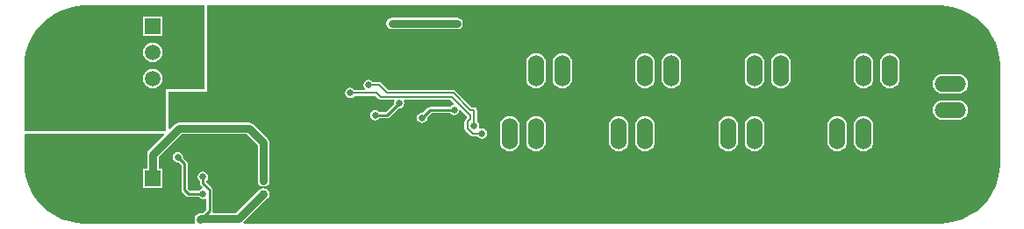
<source format=gbl>
G04 Layer_Physical_Order=2*
G04 Layer_Color=16711680*
%FSLAX23Y23*%
%MOIN*%
G70*
G01*
G75*
%ADD26C,0.010*%
%ADD27C,0.008*%
%ADD29C,0.030*%
%ADD30C,0.059*%
%ADD31R,0.059X0.059*%
%ADD32O,0.120X0.060*%
%ADD33C,0.197*%
%ADD34O,0.060X0.120*%
%ADD35C,0.025*%
%ADD36C,0.030*%
%ADD37C,0.020*%
G36*
X705Y535D02*
X560D01*
Y375D01*
X22D01*
Y628D01*
X24Y655D01*
X30Y684D01*
X39Y712D01*
X53Y739D01*
X69Y764D01*
X89Y786D01*
X111Y806D01*
X136Y822D01*
X163Y836D01*
X191Y845D01*
X220Y851D01*
X245Y853D01*
X245Y853D01*
X250Y853D01*
X250D01*
X255Y853D01*
X255D01*
X255D01*
X705D01*
Y535D01*
D02*
G37*
G36*
X3500Y853D02*
Y853D01*
X3505Y853D01*
X3530Y851D01*
X3559Y845D01*
X3587Y836D01*
X3614Y822D01*
X3639Y806D01*
X3661Y786D01*
X3681Y764D01*
X3697Y739D01*
X3711Y712D01*
X3720Y684D01*
X3726Y655D01*
X3728Y628D01*
Y247D01*
X3726Y220D01*
X3720Y191D01*
X3711Y163D01*
X3697Y136D01*
X3681Y111D01*
X3661Y89D01*
X3639Y69D01*
X3614Y53D01*
X3587Y39D01*
X3559Y30D01*
X3530Y24D01*
X3501Y22D01*
X3500Y22D01*
X856D01*
X854Y27D01*
X946Y119D01*
X951Y126D01*
X952Y135D01*
X951Y144D01*
X946Y151D01*
X939Y156D01*
X930Y157D01*
X921Y156D01*
X914Y151D01*
X826Y62D01*
X740D01*
X737Y67D01*
X737Y70D01*
Y150D01*
X736Y155D01*
X734Y159D01*
X712Y180D01*
X713Y185D01*
X714Y186D01*
X718Y192D01*
X720Y200D01*
X718Y208D01*
X714Y214D01*
X708Y218D01*
X700Y220D01*
X692Y218D01*
X686Y214D01*
X682Y208D01*
X680Y200D01*
X682Y192D01*
X686Y186D01*
X688Y185D01*
Y175D01*
X689Y170D01*
X691Y166D01*
X698Y160D01*
X696Y154D01*
X692Y153D01*
X686Y149D01*
X685Y147D01*
X650D01*
X642Y155D01*
Y250D01*
X641Y255D01*
X639Y259D01*
X624Y273D01*
X625Y275D01*
X623Y283D01*
X619Y289D01*
X613Y293D01*
X605Y295D01*
X597Y293D01*
X591Y289D01*
X587Y283D01*
X585Y275D01*
X587Y267D01*
X591Y261D01*
X597Y257D01*
X605Y255D01*
X607Y256D01*
X618Y245D01*
Y150D01*
X619Y145D01*
X621Y141D01*
X636Y126D01*
X640Y124D01*
X645Y123D01*
X685D01*
X686Y121D01*
X692Y117D01*
X700Y115D01*
X708Y117D01*
X708Y117D01*
X713Y115D01*
Y75D01*
X700Y62D01*
X693D01*
X684Y61D01*
X677Y56D01*
X674Y53D01*
X669Y46D01*
X668Y37D01*
X669Y28D01*
X670Y27D01*
X668Y22D01*
X247D01*
X220Y24D01*
X191Y30D01*
X163Y39D01*
X136Y53D01*
X111Y69D01*
X89Y89D01*
X69Y111D01*
X53Y136D01*
X39Y163D01*
X30Y191D01*
X24Y220D01*
X22Y247D01*
Y361D01*
X26Y365D01*
X551Y365D01*
X553Y360D01*
X494Y301D01*
X489Y294D01*
X488Y285D01*
Y232D01*
X473D01*
Y158D01*
X547D01*
Y232D01*
X532D01*
Y276D01*
X619Y363D01*
X866D01*
X908Y321D01*
Y185D01*
X909Y176D01*
X914Y169D01*
X921Y164D01*
X930Y163D01*
X939Y164D01*
X946Y169D01*
X951Y176D01*
X952Y185D01*
Y330D01*
X951Y339D01*
X946Y346D01*
X891Y401D01*
X884Y406D01*
X875Y407D01*
X610D01*
X601Y406D01*
X594Y401D01*
X575Y381D01*
X570Y383D01*
Y525D01*
X715D01*
X715Y853D01*
X3500D01*
X3500Y853D01*
D02*
G37*
%LPC*%
G36*
X3210Y432D02*
X3200Y431D01*
X3191Y427D01*
X3184Y421D01*
X3178Y414D01*
X3174Y405D01*
X3173Y395D01*
Y335D01*
X3174Y325D01*
X3178Y316D01*
X3184Y309D01*
X3191Y303D01*
X3200Y299D01*
X3210Y298D01*
X3220Y299D01*
X3229Y303D01*
X3236Y309D01*
X3242Y316D01*
X3246Y325D01*
X3247Y335D01*
Y395D01*
X3246Y405D01*
X3242Y414D01*
X3236Y421D01*
X3229Y427D01*
X3220Y431D01*
X3210Y432D01*
D02*
G37*
G36*
X3110D02*
X3100Y431D01*
X3091Y427D01*
X3084Y421D01*
X3078Y414D01*
X3074Y405D01*
X3073Y395D01*
Y335D01*
X3074Y325D01*
X3078Y316D01*
X3084Y309D01*
X3091Y303D01*
X3100Y299D01*
X3110Y298D01*
X3120Y299D01*
X3129Y303D01*
X3136Y309D01*
X3142Y316D01*
X3146Y325D01*
X3147Y335D01*
Y395D01*
X3146Y405D01*
X3142Y414D01*
X3136Y421D01*
X3129Y427D01*
X3120Y431D01*
X3110Y432D01*
D02*
G37*
G36*
X3570Y592D02*
X3510D01*
X3500Y591D01*
X3491Y587D01*
X3484Y581D01*
X3478Y574D01*
X3474Y565D01*
X3473Y555D01*
X3474Y545D01*
X3478Y536D01*
X3484Y529D01*
X3491Y523D01*
X3500Y519D01*
X3510Y518D01*
X3570D01*
X3580Y519D01*
X3589Y523D01*
X3596Y529D01*
X3602Y536D01*
X3606Y545D01*
X3607Y555D01*
X3606Y565D01*
X3602Y574D01*
X3596Y581D01*
X3589Y587D01*
X3580Y591D01*
X3570Y592D01*
D02*
G37*
G36*
Y492D02*
X3510D01*
X3500Y491D01*
X3491Y487D01*
X3484Y481D01*
X3478Y474D01*
X3474Y465D01*
X3473Y455D01*
X3474Y445D01*
X3478Y436D01*
X3484Y429D01*
X3491Y423D01*
X3500Y419D01*
X3510Y418D01*
X3570D01*
X3580Y419D01*
X3589Y423D01*
X3596Y429D01*
X3602Y436D01*
X3606Y445D01*
X3607Y455D01*
X3606Y465D01*
X3602Y474D01*
X3596Y481D01*
X3589Y487D01*
X3580Y491D01*
X3570Y492D01*
D02*
G37*
G36*
X2795Y432D02*
X2785Y431D01*
X2776Y427D01*
X2769Y421D01*
X2763Y414D01*
X2759Y405D01*
X2758Y395D01*
Y335D01*
X2759Y325D01*
X2763Y316D01*
X2769Y309D01*
X2776Y303D01*
X2785Y299D01*
X2795Y298D01*
X2805Y299D01*
X2814Y303D01*
X2821Y309D01*
X2827Y316D01*
X2831Y325D01*
X2832Y335D01*
Y395D01*
X2831Y405D01*
X2827Y414D01*
X2821Y421D01*
X2814Y427D01*
X2805Y431D01*
X2795Y432D01*
D02*
G37*
G36*
X1965D02*
X1955Y431D01*
X1946Y427D01*
X1939Y421D01*
X1933Y414D01*
X1929Y405D01*
X1928Y395D01*
Y335D01*
X1929Y325D01*
X1933Y316D01*
X1939Y309D01*
X1946Y303D01*
X1955Y299D01*
X1965Y298D01*
X1975Y299D01*
X1984Y303D01*
X1991Y309D01*
X1997Y316D01*
X2001Y325D01*
X2002Y335D01*
Y395D01*
X2001Y405D01*
X1997Y414D01*
X1991Y421D01*
X1984Y427D01*
X1975Y431D01*
X1965Y432D01*
D02*
G37*
G36*
X1865D02*
X1855Y431D01*
X1846Y427D01*
X1839Y421D01*
X1833Y414D01*
X1829Y405D01*
X1828Y395D01*
Y335D01*
X1829Y325D01*
X1833Y316D01*
X1839Y309D01*
X1846Y303D01*
X1855Y299D01*
X1865Y298D01*
X1875Y299D01*
X1884Y303D01*
X1891Y309D01*
X1897Y316D01*
X1901Y325D01*
X1902Y335D01*
Y395D01*
X1901Y405D01*
X1897Y414D01*
X1891Y421D01*
X1884Y427D01*
X1875Y431D01*
X1865Y432D01*
D02*
G37*
G36*
X2280D02*
X2270Y431D01*
X2261Y427D01*
X2254Y421D01*
X2248Y414D01*
X2244Y405D01*
X2243Y395D01*
Y335D01*
X2244Y325D01*
X2248Y316D01*
X2254Y309D01*
X2261Y303D01*
X2270Y299D01*
X2280Y298D01*
X2290Y299D01*
X2299Y303D01*
X2306Y309D01*
X2312Y316D01*
X2316Y325D01*
X2317Y335D01*
Y395D01*
X2316Y405D01*
X2312Y414D01*
X2306Y421D01*
X2299Y427D01*
X2290Y431D01*
X2280Y432D01*
D02*
G37*
G36*
X2695D02*
X2685Y431D01*
X2676Y427D01*
X2669Y421D01*
X2663Y414D01*
X2659Y405D01*
X2658Y395D01*
Y335D01*
X2659Y325D01*
X2663Y316D01*
X2669Y309D01*
X2676Y303D01*
X2685Y299D01*
X2695Y298D01*
X2705Y299D01*
X2714Y303D01*
X2721Y309D01*
X2727Y316D01*
X2731Y325D01*
X2732Y335D01*
Y395D01*
X2731Y405D01*
X2727Y414D01*
X2721Y421D01*
X2714Y427D01*
X2705Y431D01*
X2695Y432D01*
D02*
G37*
G36*
X2380D02*
X2370Y431D01*
X2361Y427D01*
X2354Y421D01*
X2348Y414D01*
X2344Y405D01*
X2343Y395D01*
Y335D01*
X2344Y325D01*
X2348Y316D01*
X2354Y309D01*
X2361Y303D01*
X2370Y299D01*
X2380Y298D01*
X2390Y299D01*
X2399Y303D01*
X2406Y309D01*
X2412Y316D01*
X2416Y325D01*
X2417Y335D01*
Y395D01*
X2416Y405D01*
X2412Y414D01*
X2406Y421D01*
X2399Y427D01*
X2390Y431D01*
X2380Y432D01*
D02*
G37*
G36*
X1330Y570D02*
X1322Y568D01*
X1316Y564D01*
X1312Y558D01*
X1310Y550D01*
X1312Y542D01*
X1316Y536D01*
X1315Y535D01*
X1314Y531D01*
X1276D01*
X1274Y534D01*
X1268Y538D01*
X1260Y540D01*
X1252Y538D01*
X1246Y534D01*
X1242Y528D01*
X1240Y520D01*
X1242Y512D01*
X1246Y506D01*
X1252Y502D01*
X1260Y500D01*
X1268Y502D01*
X1274Y506D01*
X1276Y509D01*
X1355D01*
X1367Y497D01*
X1371Y495D01*
X1375Y494D01*
X1375Y494D01*
X1395D01*
X1395Y494D01*
X1395Y494D01*
X1425D01*
X1428Y489D01*
X1427Y488D01*
X1425Y480D01*
X1426Y478D01*
X1395Y447D01*
X1370D01*
X1369Y449D01*
X1363Y453D01*
X1355Y455D01*
X1347Y453D01*
X1341Y449D01*
X1337Y443D01*
X1335Y435D01*
X1337Y427D01*
X1341Y421D01*
X1347Y417D01*
X1355Y415D01*
X1363Y417D01*
X1369Y421D01*
X1370Y423D01*
X1400D01*
X1405Y424D01*
X1409Y426D01*
X1443Y461D01*
X1445Y460D01*
X1453Y462D01*
X1459Y466D01*
X1463Y472D01*
X1465Y480D01*
X1463Y488D01*
X1462Y489D01*
X1465Y494D01*
X1640D01*
X1654Y480D01*
X1653Y474D01*
X1647Y473D01*
X1641Y469D01*
X1640Y467D01*
X1563D01*
X1558Y466D01*
X1554Y464D01*
X1535Y444D01*
X1533Y445D01*
X1525Y443D01*
X1519Y439D01*
X1514Y433D01*
X1513Y425D01*
X1514Y417D01*
X1519Y411D01*
X1525Y407D01*
X1533Y405D01*
X1540Y407D01*
X1547Y411D01*
X1551Y417D01*
X1553Y425D01*
X1552Y427D01*
X1568Y443D01*
X1640D01*
X1641Y441D01*
X1647Y437D01*
X1655Y435D01*
X1663Y437D01*
X1669Y441D01*
X1673Y447D01*
X1674Y453D01*
X1680Y454D01*
X1704Y430D01*
Y425D01*
X1697Y418D01*
X1695Y414D01*
X1694Y410D01*
X1694Y410D01*
Y385D01*
X1694Y385D01*
X1695Y381D01*
X1697Y377D01*
X1717Y357D01*
X1717Y357D01*
X1721Y355D01*
X1725Y354D01*
X1725Y354D01*
X1744D01*
X1746Y351D01*
X1752Y347D01*
X1760Y345D01*
X1768Y347D01*
X1774Y351D01*
X1778Y357D01*
X1780Y365D01*
X1778Y373D01*
X1774Y379D01*
X1768Y383D01*
X1760Y385D01*
X1752Y383D01*
X1751Y383D01*
X1748Y386D01*
X1748Y387D01*
X1750Y395D01*
X1748Y403D01*
X1744Y409D01*
X1741Y411D01*
Y455D01*
X1740Y459D01*
X1738Y463D01*
X1734Y465D01*
X1730Y466D01*
X1721D01*
X1659Y528D01*
X1656Y530D01*
X1651Y531D01*
X1651Y531D01*
X1405D01*
X1378Y558D01*
X1374Y560D01*
X1370Y561D01*
X1370Y561D01*
X1346D01*
X1344Y564D01*
X1338Y568D01*
X1330Y570D01*
D02*
G37*
G36*
X510Y612D02*
X500Y611D01*
X492Y607D01*
X484Y601D01*
X478Y593D01*
X474Y585D01*
X473Y575D01*
X474Y565D01*
X478Y557D01*
X484Y549D01*
X492Y543D01*
X500Y539D01*
X510Y538D01*
X520Y539D01*
X528Y543D01*
X536Y549D01*
X542Y557D01*
X546Y565D01*
X547Y575D01*
X546Y585D01*
X542Y593D01*
X536Y601D01*
X528Y607D01*
X520Y611D01*
X510Y612D01*
D02*
G37*
G36*
X3310Y672D02*
X3300Y671D01*
X3291Y667D01*
X3284Y661D01*
X3278Y654D01*
X3274Y645D01*
X3273Y635D01*
Y575D01*
X3274Y565D01*
X3278Y556D01*
X3284Y549D01*
X3291Y543D01*
X3300Y539D01*
X3310Y538D01*
X3320Y539D01*
X3329Y543D01*
X3336Y549D01*
X3342Y556D01*
X3346Y565D01*
X3347Y575D01*
Y635D01*
X3346Y645D01*
X3342Y654D01*
X3336Y661D01*
X3329Y667D01*
X3320Y671D01*
X3310Y672D01*
D02*
G37*
G36*
X3210D02*
X3200Y671D01*
X3191Y667D01*
X3184Y661D01*
X3178Y654D01*
X3174Y645D01*
X3173Y635D01*
Y575D01*
X3174Y565D01*
X3178Y556D01*
X3184Y549D01*
X3191Y543D01*
X3200Y539D01*
X3210Y538D01*
X3220Y539D01*
X3229Y543D01*
X3236Y549D01*
X3242Y556D01*
X3246Y565D01*
X3247Y575D01*
Y635D01*
X3246Y645D01*
X3242Y654D01*
X3236Y661D01*
X3229Y667D01*
X3220Y671D01*
X3210Y672D01*
D02*
G37*
G36*
X1665Y807D02*
X1419D01*
X1410Y806D01*
X1403Y801D01*
X1398Y794D01*
X1396Y785D01*
X1398Y776D01*
X1403Y769D01*
X1410Y764D01*
X1419Y763D01*
X1665D01*
X1674Y764D01*
X1681Y769D01*
X1686Y776D01*
X1687Y785D01*
X1686Y794D01*
X1681Y801D01*
X1674Y806D01*
X1665Y807D01*
D02*
G37*
G36*
X547Y812D02*
X473D01*
Y738D01*
X547D01*
Y812D01*
D02*
G37*
G36*
X510Y712D02*
X500Y711D01*
X492Y707D01*
X484Y701D01*
X478Y693D01*
X474Y685D01*
X473Y675D01*
X474Y665D01*
X478Y657D01*
X484Y649D01*
X492Y643D01*
X500Y639D01*
X510Y638D01*
X520Y639D01*
X528Y643D01*
X536Y649D01*
X542Y657D01*
X546Y665D01*
X547Y675D01*
X546Y685D01*
X542Y693D01*
X536Y701D01*
X528Y707D01*
X520Y711D01*
X510Y712D01*
D02*
G37*
G36*
X2380Y672D02*
X2370Y671D01*
X2361Y667D01*
X2354Y661D01*
X2348Y654D01*
X2344Y645D01*
X2343Y635D01*
Y575D01*
X2344Y565D01*
X2348Y556D01*
X2354Y549D01*
X2361Y543D01*
X2370Y539D01*
X2380Y538D01*
X2390Y539D01*
X2399Y543D01*
X2406Y549D01*
X2412Y556D01*
X2416Y565D01*
X2417Y575D01*
Y635D01*
X2416Y645D01*
X2412Y654D01*
X2406Y661D01*
X2399Y667D01*
X2390Y671D01*
X2380Y672D01*
D02*
G37*
G36*
X2065D02*
X2055Y671D01*
X2046Y667D01*
X2039Y661D01*
X2033Y654D01*
X2029Y645D01*
X2028Y635D01*
Y575D01*
X2029Y565D01*
X2033Y556D01*
X2039Y549D01*
X2046Y543D01*
X2055Y539D01*
X2065Y538D01*
X2075Y539D01*
X2084Y543D01*
X2091Y549D01*
X2097Y556D01*
X2101Y565D01*
X2102Y575D01*
Y635D01*
X2101Y645D01*
X2097Y654D01*
X2091Y661D01*
X2084Y667D01*
X2075Y671D01*
X2065Y672D01*
D02*
G37*
G36*
X1965D02*
X1955Y671D01*
X1946Y667D01*
X1939Y661D01*
X1933Y654D01*
X1929Y645D01*
X1928Y635D01*
Y575D01*
X1929Y565D01*
X1933Y556D01*
X1939Y549D01*
X1946Y543D01*
X1955Y539D01*
X1965Y538D01*
X1975Y539D01*
X1984Y543D01*
X1991Y549D01*
X1997Y556D01*
X2001Y565D01*
X2002Y575D01*
Y635D01*
X2001Y645D01*
X1997Y654D01*
X1991Y661D01*
X1984Y667D01*
X1975Y671D01*
X1965Y672D01*
D02*
G37*
G36*
X2895D02*
X2885Y671D01*
X2876Y667D01*
X2869Y661D01*
X2863Y654D01*
X2859Y645D01*
X2858Y635D01*
Y575D01*
X2859Y565D01*
X2863Y556D01*
X2869Y549D01*
X2876Y543D01*
X2885Y539D01*
X2895Y538D01*
X2905Y539D01*
X2914Y543D01*
X2921Y549D01*
X2927Y556D01*
X2931Y565D01*
X2932Y575D01*
Y635D01*
X2931Y645D01*
X2927Y654D01*
X2921Y661D01*
X2914Y667D01*
X2905Y671D01*
X2895Y672D01*
D02*
G37*
G36*
X2795D02*
X2785Y671D01*
X2776Y667D01*
X2769Y661D01*
X2763Y654D01*
X2759Y645D01*
X2758Y635D01*
Y575D01*
X2759Y565D01*
X2763Y556D01*
X2769Y549D01*
X2776Y543D01*
X2785Y539D01*
X2795Y538D01*
X2805Y539D01*
X2814Y543D01*
X2821Y549D01*
X2827Y556D01*
X2831Y565D01*
X2832Y575D01*
Y635D01*
X2831Y645D01*
X2827Y654D01*
X2821Y661D01*
X2814Y667D01*
X2805Y671D01*
X2795Y672D01*
D02*
G37*
G36*
X2480D02*
X2470Y671D01*
X2461Y667D01*
X2454Y661D01*
X2448Y654D01*
X2444Y645D01*
X2443Y635D01*
Y575D01*
X2444Y565D01*
X2448Y556D01*
X2454Y549D01*
X2461Y543D01*
X2470Y539D01*
X2480Y538D01*
X2490Y539D01*
X2499Y543D01*
X2506Y549D01*
X2512Y556D01*
X2516Y565D01*
X2517Y575D01*
Y635D01*
X2516Y645D01*
X2512Y654D01*
X2506Y661D01*
X2499Y667D01*
X2490Y671D01*
X2480Y672D01*
D02*
G37*
%LPD*%
D26*
X690Y35D02*
X695Y40D01*
X725Y70D01*
X1400Y435D02*
X1443Y478D01*
X1355Y435D02*
X1400D01*
X1563Y455D02*
X1655D01*
X1533Y425D02*
X1563Y455D01*
X605Y275D02*
X630Y250D01*
Y150D02*
Y250D01*
Y150D02*
X645Y135D01*
X700D01*
Y175D02*
Y200D01*
Y175D02*
X725Y150D01*
Y70D02*
Y150D01*
D27*
X1360Y520D02*
X1375Y505D01*
X1260Y520D02*
X1360D01*
X1330Y550D02*
X1370D01*
X1400Y520D01*
X1375Y505D02*
X1395D01*
X1730Y395D02*
Y455D01*
X1400Y520D02*
X1651D01*
X1716Y455D01*
X1730D01*
X1395Y505D02*
X1645D01*
X1395Y505D02*
X1395Y505D01*
X1645D02*
X1715Y435D01*
X1725Y365D02*
X1760D01*
X1705Y385D02*
X1725Y365D01*
X1705Y385D02*
Y410D01*
X1715Y420D02*
Y435D01*
X1705Y410D02*
X1715Y420D01*
D29*
X610Y385D02*
X875D01*
X510Y285D02*
X610Y385D01*
X510Y195D02*
Y285D01*
X930Y185D02*
Y330D01*
X875Y385D02*
X930Y330D01*
X695Y40D02*
X835D01*
X930Y135D01*
X693Y40D02*
X695D01*
X690Y37D02*
X693Y40D01*
X1419Y785D02*
X1665D01*
D30*
X510Y575D02*
D03*
Y675D02*
D03*
Y475D02*
D03*
Y95D02*
D03*
D31*
Y775D02*
D03*
Y195D02*
D03*
D32*
X3540Y655D02*
D03*
Y555D02*
D03*
Y455D02*
D03*
D33*
X1000Y700D02*
D03*
X3540Y200D02*
D03*
D34*
X2895Y365D02*
D03*
X2795D02*
D03*
X2695D02*
D03*
X2480D02*
D03*
X2380D02*
D03*
X2280D02*
D03*
X3110Y605D02*
D03*
X3210D02*
D03*
X3310D02*
D03*
X2065Y365D02*
D03*
X1965D02*
D03*
X1865D02*
D03*
X3310D02*
D03*
X3210D02*
D03*
X3110D02*
D03*
X2695Y605D02*
D03*
X2795D02*
D03*
X2895D02*
D03*
X2280D02*
D03*
X2380D02*
D03*
X2480D02*
D03*
X1865D02*
D03*
X1965D02*
D03*
X2065D02*
D03*
D35*
X3425Y45D02*
D03*
X3495D02*
D03*
X3560Y55D02*
D03*
X3625Y95D02*
D03*
X3670Y145D02*
D03*
X3705Y215D02*
D03*
Y290D02*
D03*
Y360D02*
D03*
Y435D02*
D03*
Y505D02*
D03*
Y575D02*
D03*
Y650D02*
D03*
X3660Y750D02*
D03*
X1765Y570D02*
D03*
Y665D02*
D03*
X1655Y730D02*
D03*
X2015Y305D02*
D03*
X1915D02*
D03*
X1800Y350D02*
D03*
X2285Y275D02*
D03*
X2435Y290D02*
D03*
X2380Y275D02*
D03*
X2885Y245D02*
D03*
X2690D02*
D03*
X2795D02*
D03*
X3420Y485D02*
D03*
X3005D02*
D03*
X2175D02*
D03*
Y365D02*
D03*
Y605D02*
D03*
X2595D02*
D03*
Y485D02*
D03*
X2590Y365D02*
D03*
X3005D02*
D03*
Y605D02*
D03*
X3420Y555D02*
D03*
Y655D02*
D03*
X3310Y485D02*
D03*
X3110D02*
D03*
X2695D02*
D03*
X2895D02*
D03*
X2480D02*
D03*
X2280D02*
D03*
X2065D02*
D03*
X1865D02*
D03*
X1680Y570D02*
D03*
Y665D02*
D03*
X1210Y670D02*
D03*
X1140Y780D02*
D03*
X1110Y590D02*
D03*
X1210D02*
D03*
X1215Y735D02*
D03*
X850Y295D02*
D03*
Y425D02*
D03*
X750Y430D02*
D03*
X965Y425D02*
D03*
X1110Y295D02*
D03*
X1225D02*
D03*
Y440D02*
D03*
X1110D02*
D03*
X1415Y255D02*
D03*
Y320D02*
D03*
X1355Y255D02*
D03*
X1555Y160D02*
D03*
X1335Y85D02*
D03*
X1450D02*
D03*
X1555D02*
D03*
X3325Y165D02*
D03*
Y85D02*
D03*
X3245D02*
D03*
X3165D02*
D03*
X3085D02*
D03*
X3005D02*
D03*
X2925D02*
D03*
X2845D02*
D03*
X2765D02*
D03*
X2685D02*
D03*
X2605D02*
D03*
X2525D02*
D03*
X2445D02*
D03*
X2365D02*
D03*
X2285D02*
D03*
X2205D02*
D03*
X2125D02*
D03*
X2045D02*
D03*
X1965D02*
D03*
X1885D02*
D03*
X1805D02*
D03*
X1725D02*
D03*
X1645D02*
D03*
X3595Y795D02*
D03*
X3525Y835D02*
D03*
X3440D02*
D03*
X3355D02*
D03*
X3270D02*
D03*
X3185D02*
D03*
X3100D02*
D03*
X3015D02*
D03*
X2930D02*
D03*
X2845D02*
D03*
X2760D02*
D03*
X2675D02*
D03*
X2590D02*
D03*
X2505D02*
D03*
X2420D02*
D03*
X2335D02*
D03*
X2250D02*
D03*
X2165D02*
D03*
X2080D02*
D03*
X1995D02*
D03*
X1910D02*
D03*
X1825D02*
D03*
X1740D02*
D03*
X1655D02*
D03*
X500Y325D02*
D03*
X415D02*
D03*
X310Y330D02*
D03*
X220D02*
D03*
X130D02*
D03*
X505Y410D02*
D03*
X415D02*
D03*
X315D02*
D03*
X220D02*
D03*
X130D02*
D03*
X680Y835D02*
D03*
X610D02*
D03*
X510D02*
D03*
X425Y825D02*
D03*
X330D02*
D03*
X245D02*
D03*
X170Y810D02*
D03*
X105Y755D02*
D03*
X65Y690D02*
D03*
X45Y590D02*
D03*
Y505D02*
D03*
Y410D02*
D03*
Y330D02*
D03*
X50Y235D02*
D03*
X80Y150D02*
D03*
X145Y85D02*
D03*
X250Y50D02*
D03*
X340D02*
D03*
X430D02*
D03*
X1505Y315D02*
D03*
X820Y530D02*
D03*
X660Y560D02*
D03*
X670Y765D02*
D03*
X760Y760D02*
D03*
X965Y300D02*
D03*
X750D02*
D03*
X1275Y585D02*
D03*
Y735D02*
D03*
X1260Y520D02*
D03*
X1330Y550D02*
D03*
X1665Y785D02*
D03*
X1475Y545D02*
D03*
X1445Y480D02*
D03*
X1655Y455D02*
D03*
X1280Y395D02*
D03*
X1355Y435D02*
D03*
X1419Y785D02*
D03*
X1760Y365D02*
D03*
X1730Y395D02*
D03*
X1448Y435D02*
D03*
X1533Y425D02*
D03*
X605Y275D02*
D03*
X690Y35D02*
D03*
X700Y200D02*
D03*
Y135D02*
D03*
D36*
X930Y185D02*
D03*
X1010Y60D02*
D03*
X930D02*
D03*
X1280Y185D02*
D03*
X1180D02*
D03*
X930Y135D02*
D03*
D37*
X1599Y344D02*
D03*
X1643D02*
D03*
X1599Y301D02*
D03*
X1643D02*
D03*
X770Y191D02*
D03*
Y159D02*
D03*
M02*

</source>
